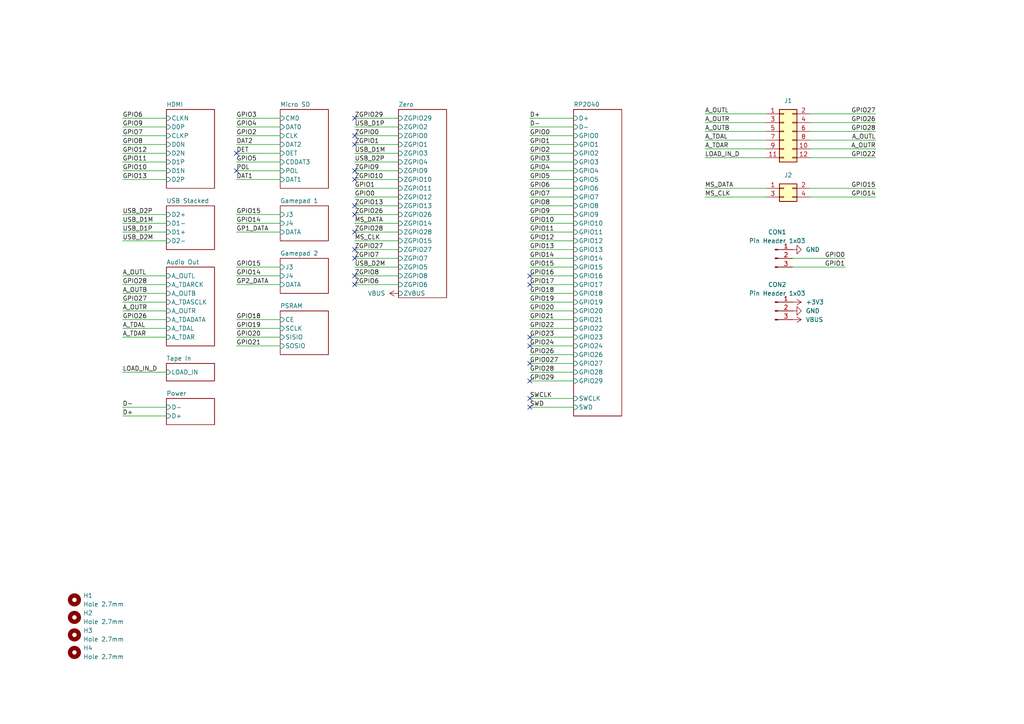
<source format=kicad_sch>
(kicad_sch (version 20250114) (generator "eeschema") (generator_version "9.0")
  (paper "A4")
  (title_block (title "FRANK RM1Z") (date "2025-03-06") (rev "1.00") (company "Mikhail Matveev") (comment 1 "https://github.com/xtremespb/frank"))
  (lib_symbols
    (symbol "Connector:Conn_01x03_Pin" (pin_names (offset 1.016) (hide yes))
      (property "Reference" "J" (at 0 5.08 0))
      (property "Value" "Conn_01x03_Pin" (at 0 -5.08 0))
      (symbol "Conn_01x03_Pin_1_1"
        (rectangle (start 0.8636 2.667) (end 0 2.413) (stroke (width 0.1524)) (fill (type outline)))
        (rectangle (start 0.8636 0.127) (end 0 -0.127) (stroke (width 0.1524)) (fill (type outline)))
        (rectangle (start 0.8636 -2.413) (end 0 -2.667) (stroke (width 0.1524)) (fill (type outline)))
        (polyline (pts (xy 1.27 2.54) (xy 0.8636 2.54)) (stroke (width 0.1524)))
        (polyline (pts (xy 1.27 0) (xy 0.8636 0)) (stroke (width 0.1524)))
        (polyline (pts (xy 1.27 -2.54) (xy 0.8636 -2.54)) (stroke (width 0.1524)))
        (pin passive line (at 5.08 2.54 180) (length 3.81) (name "Pin_1") (number "1"))
        (pin passive line (at 5.08 0 180) (length 3.81) (name "Pin_2") (number "2"))
        (pin passive line (at 5.08 -2.54 180) (length 3.81) (name "Pin_3") (number "3"))
      )
    )
    (symbol "Connector_Generic:Conn_02x02_Odd_Even" (pin_names (offset 1.016) (hide yes))
      (property "Reference" "J" (at 1.27 2.54 0))
      (property "Value" "Conn_02x02_Odd_Even" (at 1.27 -5.08 0))
      (symbol "Conn_02x02_Odd_Even_1_1"
        (rectangle (start -1.27 1.27) (end 3.81 -3.81) (stroke (width 0.254)) (fill (type background)))
        (rectangle (start -1.27 0.127) (end 0 -0.127) (stroke (width 0.1524)))
        (rectangle (start -1.27 -2.413) (end 0 -2.667) (stroke (width 0.1524)))
        (rectangle (start 3.81 0.127) (end 2.54 -0.127) (stroke (width 0.1524)))
        (rectangle (start 3.81 -2.413) (end 2.54 -2.667) (stroke (width 0.1524)))
        (pin passive line (at -5.08 0 0) (length 3.81) (name "Pin_1") (number "1"))
        (pin passive line (at -5.08 -2.54 0) (length 3.81) (name "Pin_3") (number "3"))
        (pin passive line (at 7.62 0 180) (length 3.81) (name "Pin_2") (number "2"))
        (pin passive line (at 7.62 -2.54 180) (length 3.81) (name "Pin_4") (number "4"))
      )
    )
    (symbol "Connector_Generic:Conn_02x06_Odd_Even" (pin_names (offset 1.016) (hide yes))
      (property "Reference" "J" (at 1.27 7.62 0))
      (property "Value" "Conn_02x06_Odd_Even" (at 1.27 -10.16 0))
      (symbol "Conn_02x06_Odd_Even_1_1"
        (rectangle (start -1.27 6.35) (end 3.81 -8.89) (stroke (width 0.254)) (fill (type background)))
        (rectangle (start -1.27 5.207) (end 0 4.953) (stroke (width 0.1524)))
        (rectangle (start -1.27 2.667) (end 0 2.413) (stroke (width 0.1524)))
        (rectangle (start -1.27 0.127) (end 0 -0.127) (stroke (width 0.1524)))
        (rectangle (start -1.27 -2.413) (end 0 -2.667) (stroke (width 0.1524)))
        (rectangle (start -1.27 -4.953) (end 0 -5.207) (stroke (width 0.1524)))
        (rectangle (start -1.27 -7.493) (end 0 -7.747) (stroke (width 0.1524)))
        (rectangle (start 3.81 5.207) (end 2.54 4.953) (stroke (width 0.1524)))
        (rectangle (start 3.81 2.667) (end 2.54 2.413) (stroke (width 0.1524)))
        (rectangle (start 3.81 0.127) (end 2.54 -0.127) (stroke (width 0.1524)))
        (rectangle (start 3.81 -2.413) (end 2.54 -2.667) (stroke (width 0.1524)))
        (rectangle (start 3.81 -4.953) (end 2.54 -5.207) (stroke (width 0.1524)))
        (rectangle (start 3.81 -7.493) (end 2.54 -7.747) (stroke (width 0.1524)))
        (pin passive line (at -5.08 5.08 0) (length 3.81) (name "Pin_1") (number "1"))
        (pin passive line (at -5.08 2.54 0) (length 3.81) (name "Pin_3") (number "3"))
        (pin passive line (at -5.08 0 0) (length 3.81) (name "Pin_5") (number "5"))
        (pin passive line (at -5.08 -2.54 0) (length 3.81) (name "Pin_7") (number "7"))
        (pin passive line (at -5.08 -5.08 0) (length 3.81) (name "Pin_9") (number "9"))
        (pin passive line (at -5.08 -7.62 0) (length 3.81) (name "Pin_11") (number "11"))
        (pin passive line (at 7.62 5.08 180) (length 3.81) (name "Pin_2") (number "2"))
        (pin passive line (at 7.62 2.54 180) (length 3.81) (name "Pin_4") (number "4"))
        (pin passive line (at 7.62 0 180) (length 3.81) (name "Pin_6") (number "6"))
        (pin passive line (at 7.62 -2.54 180) (length 3.81) (name "Pin_8") (number "8"))
        (pin passive line (at 7.62 -5.08 180) (length 3.81) (name "Pin_10") (number "10"))
        (pin passive line (at 7.62 -7.62 180) (length 3.81) (name "Pin_12") (number "12"))
      )
    )
    (symbol "Mechanical:MountingHole" (pin_names (offset 1.016)) (exclude_from_sim yes) (in_bom no)
      (property "Reference" "H" (at 0 5.08 0))
      (property "Value" "MountingHole" (at 0 3.175 0))
      (symbol "MountingHole_0_1"
        (circle (center 0 0) (radius 1.27) (stroke (width 1.27)))
      )
    )
    (symbol "power:+3V3" (power) (pin_numbers (hide yes)) (pin_names (offset 0) (hide yes))
      (property "Value" "+3V3" (at 0 3.556 0))
      (symbol "+3V3_0_1"
        (polyline (pts (xy -0.762 1.27) (xy 0 2.54)))
        (polyline (pts (xy 0 2.54) (xy 0.762 1.27)))
        (polyline (pts (xy 0 0) (xy 0 2.54)))
      )
      (symbol "+3V3_1_1"
        (pin power_in line (at 0 0 90) (length 0) (name "~") (number "1"))
      )
    )
    (symbol "power:GND" (power) (pin_numbers (hide yes)) (pin_names (offset 0) (hide yes))
      (property "Value" "GND" (at 0 -3.81 0))
      (symbol "GND_0_1"
        (polyline (pts (xy 0 0) (xy 0 -1.27) (xy 1.27 -1.27) (xy 0 -2.54) (xy -1.27 -1.27) (xy 0 -1.27)))
      )
      (symbol "GND_1_1"
        (pin power_in line (at 0 0 270) (length 0) (name "~") (number "1"))
      )
    )
    (symbol "power:VBUS" (power) (pin_numbers (hide yes)) (pin_names (offset 0) (hide yes))
      (property "Value" "VBUS" (at 0 3.556 0))
      (symbol "VBUS_0_1"
        (polyline (pts (xy -0.762 1.27) (xy 0 2.54)))
        (polyline (pts (xy 0 2.54) (xy 0.762 1.27)))
        (polyline (pts (xy 0 0) (xy 0 2.54)))
      )
      (symbol "VBUS_1_1"
        (pin power_in line (at 0 0 90) (length 0) (name "~") (number "1"))
      )
    )
  )
  (no_connect (at 102.87 80.01))
  (no_connect (at 102.87 62.23))
  (no_connect (at 153.67 118.11))
  (no_connect (at 102.87 34.29))
  (no_connect (at 153.67 105.41))
  (no_connect (at 102.87 72.39))
  (no_connect (at 153.67 80.01))
  (no_connect (at 102.87 39.37))
  (no_connect (at 102.87 74.93))
  (no_connect (at 102.87 59.69))
  (no_connect (at 153.67 115.57))
  (no_connect (at 68.58 44.45))
  (no_connect (at 68.58 49.53))
  (no_connect (at 102.87 49.53))
  (no_connect (at 102.87 82.55))
  (no_connect (at 102.87 41.91))
  (no_connect (at 153.67 110.49))
  (no_connect (at 153.67 97.79))
  (no_connect (at 102.87 52.07))
  (no_connect (at 102.87 67.31))
  (no_connect (at 153.67 100.33))
  (no_connect (at 153.67 82.55))
  (wire (pts (xy 153.67 67.31) (xy 166.37 67.31)))
  (wire (pts (xy 153.67 72.39) (xy 166.37 72.39)))
  (wire (pts (xy 35.56 118.11) (xy 48.26 118.11)))
  (wire (pts (xy 153.67 46.99) (xy 166.37 46.99)))
  (wire (pts (xy 35.56 107.95) (xy 48.26 107.95)))
  (wire (pts (xy 234.95 45.72) (xy 254 45.72)))
  (wire (pts (xy 68.58 36.83) (xy 81.28 36.83)))
  (wire (pts (xy 153.67 57.15) (xy 166.37 57.15)))
  (wire (pts (xy 35.56 46.99) (xy 48.26 46.99)))
  (wire (pts (xy 102.87 69.85) (xy 115.57 69.85)))
  (wire (pts (xy 35.56 97.79) (xy 48.26 97.79)))
  (wire (pts (xy 204.47 33.02) (xy 222.25 33.02)))
  (wire (pts (xy 204.47 35.56) (xy 222.25 35.56)))
  (wire (pts (xy 153.67 39.37) (xy 166.37 39.37)))
  (wire (pts (xy 68.58 41.91) (xy 81.28 41.91)))
  (wire (pts (xy 153.67 92.71) (xy 166.37 92.71)))
  (wire (pts (xy 102.87 77.47) (xy 115.57 77.47)))
  (wire (pts (xy 204.47 54.61) (xy 222.25 54.61)))
  (wire (pts (xy 153.67 54.61) (xy 166.37 54.61)))
  (wire (pts (xy 35.56 69.85) (xy 48.26 69.85)))
  (wire (pts (xy 102.87 44.45) (xy 115.57 44.45)))
  (wire (pts (xy 102.87 41.91) (xy 115.57 41.91)))
  (wire (pts (xy 68.58 67.31) (xy 81.28 67.31)))
  (wire (pts (xy 245.11 77.47) (xy 229.87 77.47)))
  (wire (pts (xy 68.58 52.07) (xy 81.28 52.07)))
  (wire (pts (xy 153.67 34.29) (xy 166.37 34.29)))
  (wire (pts (xy 234.95 40.64) (xy 254 40.64)))
  (wire (pts (xy 35.56 64.77) (xy 48.26 64.77)))
  (wire (pts (xy 68.58 49.53) (xy 81.28 49.53)))
  (wire (pts (xy 102.87 80.01) (xy 115.57 80.01)))
  (wire (pts (xy 102.87 64.77) (xy 115.57 64.77)))
  (wire (pts (xy 102.87 67.31) (xy 115.57 67.31)))
  (wire (pts (xy 153.67 100.33) (xy 166.37 100.33)))
  (wire (pts (xy 204.47 45.72) (xy 222.25 45.72)))
  (wire (pts (xy 153.67 85.09) (xy 166.37 85.09)))
  (wire (pts (xy 234.95 35.56) (xy 254 35.56)))
  (wire (pts (xy 35.56 85.09) (xy 48.26 85.09)))
  (wire (pts (xy 68.58 95.25) (xy 81.28 95.25)))
  (wire (pts (xy 153.67 36.83) (xy 166.37 36.83)))
  (wire (pts (xy 102.87 36.83) (xy 115.57 36.83)))
  (wire (pts (xy 153.67 44.45) (xy 166.37 44.45)))
  (wire (pts (xy 102.87 46.99) (xy 115.57 46.99)))
  (wire (pts (xy 153.67 49.53) (xy 166.37 49.53)))
  (wire (pts (xy 102.87 49.53) (xy 115.57 49.53)))
  (wire (pts (xy 153.67 97.79) (xy 166.37 97.79)))
  (wire (pts (xy 35.56 41.91) (xy 48.26 41.91)))
  (wire (pts (xy 102.87 39.37) (xy 115.57 39.37)))
  (wire (pts (xy 204.47 57.15) (xy 222.25 57.15)))
  (wire (pts (xy 102.87 82.55) (xy 115.57 82.55)))
  (wire (pts (xy 68.58 77.47) (xy 81.28 77.47)))
  (wire (pts (xy 35.56 36.83) (xy 48.26 36.83)))
  (wire (pts (xy 35.56 34.29) (xy 48.26 34.29)))
  (wire (pts (xy 153.67 95.25) (xy 166.37 95.25)))
  (wire (pts (xy 102.87 54.61) (xy 115.57 54.61)))
  (wire (pts (xy 234.95 38.1) (xy 254 38.1)))
  (wire (pts (xy 68.58 46.99) (xy 81.28 46.99)))
  (wire (pts (xy 234.95 57.15) (xy 254 57.15)))
  (wire (pts (xy 102.87 59.69) (xy 115.57 59.69)))
  (wire (pts (xy 153.67 62.23) (xy 166.37 62.23)))
  (wire (pts (xy 35.56 82.55) (xy 48.26 82.55)))
  (wire (pts (xy 68.58 82.55) (xy 81.28 82.55)))
  (wire (pts (xy 35.56 49.53) (xy 48.26 49.53)))
  (wire (pts (xy 153.67 105.41) (xy 166.37 105.41)))
  (wire (pts (xy 68.58 97.79) (xy 81.28 97.79)))
  (wire (pts (xy 153.67 77.47) (xy 166.37 77.47)))
  (wire (pts (xy 35.56 62.23) (xy 48.26 62.23)))
  (wire (pts (xy 102.87 74.93) (xy 115.57 74.93)))
  (wire (pts (xy 153.67 115.57) (xy 166.37 115.57)))
  (wire (pts (xy 153.67 52.07) (xy 166.37 52.07)))
  (wire (pts (xy 68.58 92.71) (xy 81.28 92.71)))
  (wire (pts (xy 153.67 102.87) (xy 166.37 102.87)))
  (wire (pts (xy 35.56 39.37) (xy 48.26 39.37)))
  (wire (pts (xy 102.87 52.07) (xy 115.57 52.07)))
  (wire (pts (xy 35.56 90.17) (xy 48.26 90.17)))
  (wire (pts (xy 234.95 54.61) (xy 254 54.61)))
  (wire (pts (xy 68.58 62.23) (xy 81.28 62.23)))
  (wire (pts (xy 153.67 64.77) (xy 166.37 64.77)))
  (wire (pts (xy 153.67 74.93) (xy 166.37 74.93)))
  (wire (pts (xy 234.95 43.18) (xy 254 43.18)))
  (wire (pts (xy 35.56 67.31) (xy 48.26 67.31)))
  (wire (pts (xy 35.56 80.01) (xy 48.26 80.01)))
  (wire (pts (xy 153.67 110.49) (xy 166.37 110.49)))
  (wire (pts (xy 153.67 80.01) (xy 166.37 80.01)))
  (wire (pts (xy 35.56 92.71) (xy 48.26 92.71)))
  (wire (pts (xy 153.67 107.95) (xy 166.37 107.95)))
  (wire (pts (xy 35.56 87.63) (xy 48.26 87.63)))
  (wire (pts (xy 153.67 59.69) (xy 166.37 59.69)))
  (wire (pts (xy 153.67 118.11) (xy 166.37 118.11)))
  (wire (pts (xy 234.95 33.02) (xy 254 33.02)))
  (wire (pts (xy 204.47 38.1) (xy 222.25 38.1)))
  (wire (pts (xy 204.47 43.18) (xy 222.25 43.18)))
  (wire (pts (xy 153.67 69.85) (xy 166.37 69.85)))
  (wire (pts (xy 68.58 64.77) (xy 81.28 64.77)))
  (wire (pts (xy 68.58 44.45) (xy 81.28 44.45)))
  (wire (pts (xy 245.11 74.93) (xy 229.87 74.93)))
  (wire (pts (xy 102.87 34.29) (xy 115.57 34.29)))
  (wire (pts (xy 35.56 95.25) (xy 48.26 95.25)))
  (wire (pts (xy 68.58 80.01) (xy 81.28 80.01)))
  (wire (pts (xy 153.67 82.55) (xy 166.37 82.55)))
  (wire (pts (xy 102.87 57.15) (xy 115.57 57.15)))
  (wire (pts (xy 153.67 87.63) (xy 166.37 87.63)))
  (wire (pts (xy 102.87 62.23) (xy 115.57 62.23)))
  (wire (pts (xy 68.58 100.33) (xy 81.28 100.33)))
  (wire (pts (xy 153.67 41.91) (xy 166.37 41.91)))
  (wire (pts (xy 35.56 120.65) (xy 48.26 120.65)))
  (wire (pts (xy 35.56 44.45) (xy 48.26 44.45)))
  (wire (pts (xy 102.87 72.39) (xy 115.57 72.39)))
  (wire (pts (xy 68.58 39.37) (xy 81.28 39.37)))
  (wire (pts (xy 153.67 90.17) (xy 166.37 90.17)))
  (wire (pts (xy 35.56 52.07) (xy 48.26 52.07)))
  (wire (pts (xy 204.47 40.64) (xy 222.25 40.64)))
  (wire (pts (xy 68.58 34.29) (xy 81.28 34.29)))
  (label "GPIO16" (at 153.67 80.01 0))
  (label "D+" (at 153.67 34.29 0))
  (label "A_OUTL" (at 254 40.64 180))
  (label "GPIO7" (at 35.56 39.37 0))
  (label "GPIO14" (at 68.58 80.01 0))
  (label "GPIO15" (at 68.58 77.47 0))
  (label "ZGPIO7" (at 102.87 74.93 0))
  (label "ZGPIO8" (at 102.87 80.01 0))
  (label "GPIO10" (at 153.67 64.77 0))
  (label "GPIO19" (at 68.58 95.25 0))
  (label "GPIO3" (at 68.58 34.29 0))
  (label "GPIO26" (at 153.67 102.87 0))
  (label "USB_D1P" (at 102.87 36.83 0))
  (label "GPIO12" (at 153.67 69.85 0))
  (label "ZGPIO29" (at 102.87 34.29 0))
  (label "GP1_DATA" (at 68.58 67.31 0))
  (label "ZGPIO9" (at 102.87 49.53 0))
  (label "GPIO20" (at 68.58 97.79 0))
  (label "GPIO9" (at 153.67 62.23 0))
  (label "GPIO1" (at 245.11 77.47 180))
  (label "GPIO0" (at 102.87 57.15 0))
  (label "GPIO14" (at 68.58 64.77 0))
  (label "GPIO23" (at 153.67 97.79 0))
  (label "ZGPIO1" (at 102.87 41.91 0))
  (label "A_TDAL" (at 204.47 40.64 0))
  (label "SWCLK" (at 153.67 115.57 0))
  (label "GPIO26" (at 35.56 92.71 0))
  (label "LOAD_IN_D" (at 35.56 107.95 0))
  (label "GPIO18" (at 68.58 92.71 0))
  (label "GPIO24" (at 153.67 100.33 0))
  (label "A_OUTL" (at 204.47 33.02 0))
  (label "GPIO1" (at 153.67 41.91 0))
  (label "GPIO20" (at 153.67 90.17 0))
  (label "GPIO5" (at 68.58 46.99 0))
  (label "GPIO14" (at 153.67 74.93 0))
  (label "GPIO28" (at 35.56 82.55 0))
  (label "GPIO27" (at 35.56 87.63 0))
  (label "GPIO12" (at 35.56 44.45 0))
  (label "DAT2" (at 68.58 41.91 0))
  (label "MS_CLK" (at 204.47 57.15 0))
  (label "USB_D1M" (at 35.56 64.77 0))
  (label "GPIO15" (at 254 54.61 180))
  (label "SWD" (at 153.67 118.11 0))
  (label "USB_D2P" (at 35.56 62.23 0))
  (label "D-" (at 153.67 36.83 0))
  (label "A_TDAL" (at 35.56 95.25 0))
  (label "GPIO7" (at 153.67 57.15 0))
  (label "GPIO4" (at 153.67 49.53 0))
  (label "ZGPIO26" (at 102.87 62.23 0))
  (label "GPIO17" (at 153.67 82.55 0))
  (label "LOAD_IN_D" (at 204.47 45.72 0))
  (label "GPIO027" (at 153.67 105.41 0))
  (label "USB_D2M" (at 35.56 69.85 0))
  (label "GPIO15" (at 153.67 77.47 0))
  (label "MS_DATA" (at 102.87 64.77 0))
  (label "MS_CLK" (at 102.87 69.85 0))
  (label "GPIO1" (at 102.87 54.61 0))
  (label "GPIO8" (at 153.67 59.69 0))
  (label "D-" (at 35.56 118.11 0))
  (label "GPIO18" (at 153.67 85.09 0))
  (label "A_OUTB" (at 35.56 85.09 0))
  (label "GPIO5" (at 153.67 52.07 0))
  (label "GPIO28" (at 254 38.1 180))
  (label "ZGPIO28" (at 102.87 67.31 0))
  (label "GPIO3" (at 153.67 46.99 0))
  (label "GPIO13" (at 35.56 52.07 0))
  (label "ZGPIO27" (at 102.87 72.39 0))
  (label "A_OUTB" (at 204.47 38.1 0))
  (label "POL" (at 68.58 49.53 0))
  (label "ZGPIO13" (at 102.87 59.69 0))
  (label "GPIO2" (at 68.58 39.37 0))
  (label "GPIO6" (at 35.56 34.29 0))
  (label "GPIO11" (at 153.67 67.31 0))
  (label "GPIO22" (at 153.67 95.25 0))
  (label "DAT1" (at 68.58 52.07 0))
  (label "GP2_DATA" (at 68.58 82.55 0))
  (label "ZGPIO10" (at 102.87 52.07 0))
  (label "ZGPIO0" (at 102.87 39.37 0))
  (label "MS_DATA" (at 204.47 54.61 0))
  (label "GPIO8" (at 35.56 41.91 0))
  (label "GPIO6" (at 153.67 54.61 0))
  (label "GPIO11" (at 35.56 46.99 0))
  (label "USB_D2P" (at 102.87 46.99 0))
  (label "D+" (at 35.56 120.65 0))
  (label "GPIO26" (at 254 35.56 180))
  (label "A_OUTR" (at 204.47 35.56 0))
  (label "GPIO27" (at 254 33.02 180))
  (label "GPIO29" (at 153.67 110.49 0))
  (label "A_OUTR" (at 35.56 90.17 0))
  (label "GPIO21" (at 68.58 100.33 0))
  (label "A_OUTR" (at 254 43.18 180))
  (label "A_TDAR" (at 204.47 43.18 0))
  (label "GPIO13" (at 153.67 72.39 0))
  (label "A_TDAR" (at 35.56 97.79 0))
  (label "GPIO0" (at 245.11 74.93 180))
  (label "GPIO4" (at 68.58 36.83 0))
  (label "GPIO2" (at 153.67 44.45 0))
  (label "GPIO15" (at 68.58 62.23 0))
  (label "A_OUTL" (at 35.56 80.01 0))
  (label "GPIO9" (at 35.56 36.83 0))
  (label "GPIO28" (at 153.67 107.95 0))
  (label "USB_D1M" (at 102.87 44.45 0))
  (label "ZGPIO6" (at 102.87 82.55 0))
  (label "GPIO14" (at 254 57.15 180))
  (label "GPIO22" (at 254 45.72 180))
  (label "GPIO10" (at 35.56 49.53 0))
  (label "USB_D2M" (at 102.87 77.47 0))
  (label "GPIO21" (at 153.67 92.71 0))
  (label "GPIO0" (at 153.67 39.37 0))
  (label "USB_D1P" (at 35.56 67.31 0))
  (label "GPIO19" (at 153.67 87.63 0))
  (label "DET" (at 68.58 44.45 0))
  (symbol (lib_id "power:VBUS") (at 229.87 92.71 270) (unit 1)
    (property "Reference" "#PWR04" (effects (hide yes)))
    (property "Value" "VBUS" (at 233.68 92.7099 90) (effects (justify left)))
    (property "Description" "Power symbol creates a global label with name \"VBUS\"" (effects (hide yes)))
  )
  (symbol (lib_id "Connector:Conn_01x03_Pin") (at 224.79 74.93 0) (unit 1)
    (property "Reference" "CON1" (at 225.425 67.31 0))
    (property "Value" "Pin Header 1x03" (at 225.425 69.85 0))
    (property "Footprint" "FRANK:Pin Header (1x03)" (effects (hide yes)))
    (property "Description" "Generic connector, single row, 01x03, script generated" (effects (hide yes)))
    (property "AliExpress" "https://www.aliexpress.com/item/1005007039504981.html" (effects (hide yes)))
  )
  (symbol (lib_id "power:+3V3") (at 229.87 87.63 270) (unit 1)
    (property "Reference" "#PWR02" (effects (hide yes)))
    (property "Value" "+3V3" (at 233.68 87.6299 90) (effects (justify left)))
    (property "Description" "Power symbol creates a global label with name \"+3V3\"" (effects (hide yes)))
  )
  (symbol (lib_id "power:GND") (at 229.87 72.39 90) (unit 1)
    (property "Reference" "#PWR01" (effects (hide yes)))
    (property "Value" "GND" (at 233.68 72.3899 90) (effects (justify right)))
    (property "Description" "Power symbol creates a global label with name \"GND\" , ground" (effects (hide yes)))
  )
  (symbol (lib_id "Connector_Generic:Conn_02x02_Odd_Even") (at 227.33 54.61 0) (unit 1)
    (property "Reference" "J2" (at 228.6 50.8 0))
    (property "Value" "Pin Header 2x18" (effects (hide yes)))
    (property "Footprint" "FRANK:Pin Header (2x02)" (effects (hide yes)))
    (property "Description" "Generic connector, double row, 02x02, odd/even pin numbering scheme (row 1 odd numbers, row 2 even numbers), script generated (kicad-library-utils/schlib/autogen/connector/)" (effects (hide yes)))
    (property "AliExpress" "https://www.aliexpress.com/item/1005006804478835.html" (effects (hide yes)))
  )
  (symbol (lib_id "power:GND") (at 229.87 90.17 90) (unit 1)
    (property "Reference" "#PWR03" (effects (hide yes)))
    (property "Value" "GND" (at 233.68 90.1699 90) (effects (justify right)))
    (property "Description" "Power symbol creates a global label with name \"GND\" , ground" (effects (hide yes)))
  )
  (symbol (lib_id "Mechanical:MountingHole") (at 21.59 184.15 0) (unit 1) (exclude_from_sim yes) (in_bom no)
    (property "Reference" "H3" (at 24.13 182.8799 0) (effects (justify left)))
    (property "Value" "Hole 2.7mm" (at 24.13 185.4199 0) (effects (justify left)))
    (property "Footprint" "FRANK:Mounting Hole (2.7mm)" (effects (hide yes)))
    (property "Description" "Mounting Hole without connection" (effects (hide yes)))
  )
  (symbol (lib_id "Mechanical:MountingHole") (at 21.59 179.07 0) (unit 1) (exclude_from_sim yes) (in_bom no)
    (property "Reference" "H2" (at 24.13 177.7999 0) (effects (justify left)))
    (property "Value" "Hole 2.7mm" (at 24.13 180.3399 0) (effects (justify left)))
    (property "Footprint" "FRANK:Mounting Hole (2.7mm)" (effects (hide yes)))
    (property "Description" "Mounting Hole without connection" (effects (hide yes)))
  )
  (symbol (lib_id "Mechanical:MountingHole") (at 21.59 189.23 0) (unit 1) (exclude_from_sim yes) (in_bom no)
    (property "Reference" "H4" (at 24.13 187.9599 0) (effects (justify left)))
    (property "Value" "Hole 2.7mm" (at 24.13 190.4999 0) (effects (justify left)))
    (property "Footprint" "FRANK:Mounting Hole (2.7mm)" (effects (hide yes)))
    (property "Description" "Mounting Hole without connection" (effects (hide yes)))
  )
  (symbol (lib_id "Mechanical:MountingHole") (at 21.59 173.99 0) (unit 1) (exclude_from_sim yes) (in_bom no)
    (property "Reference" "H1" (at 24.13 172.7199 0) (effects (justify left)))
    (property "Value" "Hole 2.7mm" (at 24.13 175.2599 0) (effects (justify left)))
    (property "Footprint" "FRANK:Mounting Hole (2.7mm)" (effects (hide yes)))
    (property "Description" "Mounting Hole without connection" (effects (hide yes)))
  )
  (symbol (lib_id "power:VBUS") (at 115.57 85.09 90) (unit 1)
    (property "Reference" "#PWR076" (effects (hide yes)))
    (property "Value" "VBUS" (at 111.76 85.0899 90) (effects (justify left)))
    (property "Description" "Power symbol creates a global label with name \"VBUS\"" (effects (hide yes)))
  )
  (symbol (lib_id "Connector:Conn_01x03_Pin") (at 224.79 90.17 0) (unit 1)
    (property "Reference" "CON2" (at 225.425 82.55 0))
    (property "Value" "Pin Header 1x03" (at 225.425 85.09 0))
    (property "Footprint" "FRANK:Pin Header (1x03)" (effects (hide yes)))
    (property "Description" "Generic connector, single row, 01x03, script generated" (effects (hide yes)))
    (property "AliExpress" "https://www.aliexpress.com/item/1005007039504981.html" (effects (hide yes)))
  )
  (symbol (lib_id "Connector_Generic:Conn_02x06_Odd_Even") (at 227.33 38.1 0) (unit 1)
    (property "Reference" "J1" (at 228.6 29.21 0))
    (property "Value" "Pin Header 2x18" (effects (hide yes)))
    (property "Footprint" "FRANK:DIP Switch (6x6)" (effects (hide yes)))
    (property "Description" "Generic connector, double row, 02x06, odd/even pin numbering scheme (row 1 odd numbers, row 2 even numbers), script generated (kicad-library-utils/schlib/autogen/connector/)" (effects (hide yes)))
    (property "AliExpress" "https://www.aliexpress.com/item/1005006821599653.html" (effects (hide yes)))
  )
  (sheet (at 81.28 31.75) (size 13.97 22.86) (stroke (width 0.1524))
    (property "Sheetname" "Micro SD" (at 81.28 31.0384 0) (effects (justify left bottom)))
    (property "Sheetfile" "sd.kicad_sch" (effects (hide yes)))
    (pin "CMD" input (at 81.28 34.29 180))
    (pin "DAT0" input (at 81.28 36.83 180))
    (pin "CLK" input (at 81.28 39.37 180))
    (pin "DAT2" input (at 81.28 41.91 180))
    (pin "DET" input (at 81.28 44.45 180))
    (pin "CDDAT3" input (at 81.28 46.99 180))
    (pin "POL" input (at 81.28 49.53 180))
    (pin "DAT1" input (at 81.28 52.07 180))
  )
  (sheet (at 48.26 105.41) (size 13.97 5.08) (stroke (width 0.1524))
    (property "Sheetname" "Tape In" (at 48.26 104.6984 0) (effects (justify left bottom)))
    (property "Sheetfile" "tape.kicad_sch" (effects (hide yes)))
    (pin "LOAD_IN" input (at 48.26 107.95 180))
  )
  (sheet (at 48.26 115.57) (size 13.97 7.62) (stroke (width 0.1524))
    (property "Sheetname" "Power" (at 48.26 114.8584 0) (effects (justify left bottom)))
    (property "Sheetfile" "power.kicad_sch" (effects (hide yes)))
    (pin "D-" input (at 48.26 118.11 180))
    (pin "D+" input (at 48.26 120.65 180))
  )
  (sheet (at 81.28 59.69) (size 13.97 10.16) (stroke (width 0.1524))
    (property "Sheetname" "Gamepad 1" (at 81.28 58.9784 0) (effects (justify left bottom)))
    (property "Sheetfile" "gamepad.kicad_sch" (effects (hide yes)))
    (pin "J3" input (at 81.28 62.23 180))
    (pin "J4" input (at 81.28 64.77 180))
    (pin "DATA" input (at 81.28 67.31 180))
  )
  (sheet (at 166.37 31.75) (size 13.97 88.9) (stroke (width 0.1524))
    (property "Sheetname" "RP2040" (at 166.37 31.0384 0) (effects (justify left bottom)))
    (property "Sheetfile" "rp2040.kicad_sch" (effects (hide yes)))
    (pin "D+" input (at 166.37 34.29 180))
    (pin "D-" input (at 166.37 36.83 180))
    (pin "GPIO0" input (at 166.37 39.37 180))
    (pin "GPIO1" input (at 166.37 41.91 180))
    (pin "GPIO2" input (at 166.37 44.45 180))
    (pin "GPIO3" input (at 166.37 46.99 180))
    (pin "GPIO4" input (at 166.37 49.53 180))
    (pin "GPIO5" input (at 166.37 52.07 180))
    (pin "GPIO6" input (at 166.37 54.61 180))
    (pin "GPIO7" input (at 166.37 57.15 180))
    (pin "GPIO8" input (at 166.37 59.69 180))
    (pin "GPIO9" input (at 166.37 62.23 180))
    (pin "GPIO10" input (at 166.37 64.77 180))
    (pin "GPIO11" input (at 166.37 67.31 180))
    (pin "GPIO12" input (at 166.37 69.85 180))
    (pin "GPIO13" input (at 166.37 72.39 180))
    (pin "GPIO14" input (at 166.37 74.93 180))
    (pin "GPIO15" input (at 166.37 77.47 180))
    (pin "GPIO16" input (at 166.37 80.01 180))
    (pin "GPIO17" input (at 166.37 82.55 180))
    (pin "GPIO18" input (at 166.37 85.09 180))
    (pin "GPIO19" input (at 166.37 87.63 180))
    (pin "GPIO20" input (at 166.37 90.17 180))
    (pin "GPIO21" input (at 166.37 92.71 180))
    (pin "GPIO22" input (at 166.37 95.25 180))
    (pin "GPIO23" input (at 166.37 97.79 180))
    (pin "GPIO24" input (at 166.37 100.33 180))
    (pin "GPIO26" input (at 166.37 102.87 180))
    (pin "GPIO27" input (at 166.37 105.41 180))
    (pin "GPIO28" input (at 166.37 107.95 180))
    (pin "GPIO29" input (at 166.37 110.49 180))
    (pin "SWCLK" input (at 166.37 115.57 180))
    (pin "SWD" input (at 166.37 118.11 180))
  )
  (sheet (at 48.26 59.69) (size 13.97 12.7) (stroke (width 0.1524))
    (property "Sheetname" "USB Stacked" (at 48.26 58.9784 0) (effects (justify left bottom)))
    (property "Sheetfile" "usbstack.kicad_sch" (effects (hide yes)))
    (pin "D2+" input (at 48.26 62.23 180))
    (pin "D1-" input (at 48.26 64.77 180))
    (pin "D1+" input (at 48.26 67.31 180))
    (pin "D2-" input (at 48.26 69.85 180))
  )
  (sheet (at 81.28 90.17) (size 13.97 12.7) (stroke (width 0.1524))
    (property "Sheetname" "PSRAM" (at 81.28 89.4584 0) (effects (justify left bottom)))
    (property "Sheetfile" "psram.kicad_sch" (effects (hide yes)))
    (pin "CE" input (at 81.28 92.71 180))
    (pin "SCLK" input (at 81.28 95.25 180))
    (pin "SISIO" input (at 81.28 97.79 180))
    (pin "SOSIO" input (at 81.28 100.33 180))
  )
  (sheet (at 48.26 31.75) (size 13.97 22.86) (stroke (width 0.1524))
    (property "Sheetname" "HDMI" (at 48.26 31.0384 0) (effects (justify left bottom)))
    (property "Sheetfile" "hdmi.kicad_sch" (effects (hide yes)))
    (pin "CLKN" input (at 48.26 34.29 180))
    (pin "D0P" input (at 48.26 36.83 180))
    (pin "CLKP" input (at 48.26 39.37 180))
    (pin "D0N" input (at 48.26 41.91 180))
    (pin "D2N" input (at 48.26 44.45 180))
    (pin "D1P" input (at 48.26 46.99 180))
    (pin "D1N" input (at 48.26 49.53 180))
    (pin "D2P" input (at 48.26 52.07 180))
  )
  (sheet (at 81.28 74.93) (size 13.97 10.16) (stroke (width 0.1524))
    (property "Sheetname" "Gamepad 2" (at 81.28 74.2184 0) (effects (justify left bottom)))
    (property "Sheetfile" "gamepad.kicad_sch" (effects (hide yes)))
    (pin "J3" input (at 81.28 77.47 180))
    (pin "J4" input (at 81.28 80.01 180))
    (pin "DATA" input (at 81.28 82.55 180))
  )
  (sheet (at 48.26 77.47) (size 13.97 22.86) (stroke (width 0.1524))
    (property "Sheetname" "Audio Out" (at 48.26 76.7584 0) (effects (justify left bottom)))
    (property "Sheetfile" "audio.kicad_sch" (effects (hide yes)))
    (pin "A_OUTL" input (at 48.26 80.01 180))
    (pin "A_TDARCK" input (at 48.26 82.55 180))
    (pin "A_OUTB" input (at 48.26 85.09 180))
    (pin "A_TDASCLK" input (at 48.26 87.63 180))
    (pin "A_OUTR" input (at 48.26 90.17 180))
    (pin "A_TDADATA" input (at 48.26 92.71 180))
    (pin "A_TDAL" input (at 48.26 95.25 180))
    (pin "A_TDAR" input (at 48.26 97.79 180))
  )
  (sheet (at 115.57 31.75) (size 13.97 54.61) (stroke (width 0.1524))
    (property "Sheetname" "Zero" (at 115.57 31.0384 0) (effects (justify left bottom)))
    (property "Sheetfile" "zero.kicad_sch" (effects (hide yes)))
    (pin "ZGPIO29" input (at 115.57 34.29 180))
    (pin "ZGPIO2" input (at 115.57 36.83 180))
    (pin "ZGPIO0" input (at 115.57 39.37 180))
    (pin "ZGPIO1" input (at 115.57 41.91 180))
    (pin "ZGPIO3" input (at 115.57 44.45 180))
    (pin "ZGPIO4" input (at 115.57 46.99 180))
    (pin "ZGPIO9" input (at 115.57 49.53 180))
    (pin "ZGPIO10" input (at 115.57 52.07 180))
    (pin "ZGPIO11" input (at 115.57 54.61 180))
    (pin "ZGPIO12" input (at 115.57 57.15 180))
    (pin "ZGPIO13" input (at 115.57 59.69 180))
    (pin "ZGPIO26" input (at 115.57 62.23 180))
    (pin "ZGPIO14" input (at 115.57 64.77 180))
    (pin "ZGPIO28" input (at 115.57 67.31 180))
    (pin "ZGPIO15" input (at 115.57 69.85 180))
    (pin "ZGPIO27" input (at 115.57 72.39 180))
    (pin "ZGPIO7" input (at 115.57 74.93 180))
    (pin "ZGPIO5" input (at 115.57 77.47 180))
    (pin "ZGPIO8" input (at 115.57 80.01 180))
    (pin "ZGPIO6" input (at 115.57 82.55 180))
    (pin "ZVBUS" input (at 115.57 85.09 180))
  )
)
</source>
